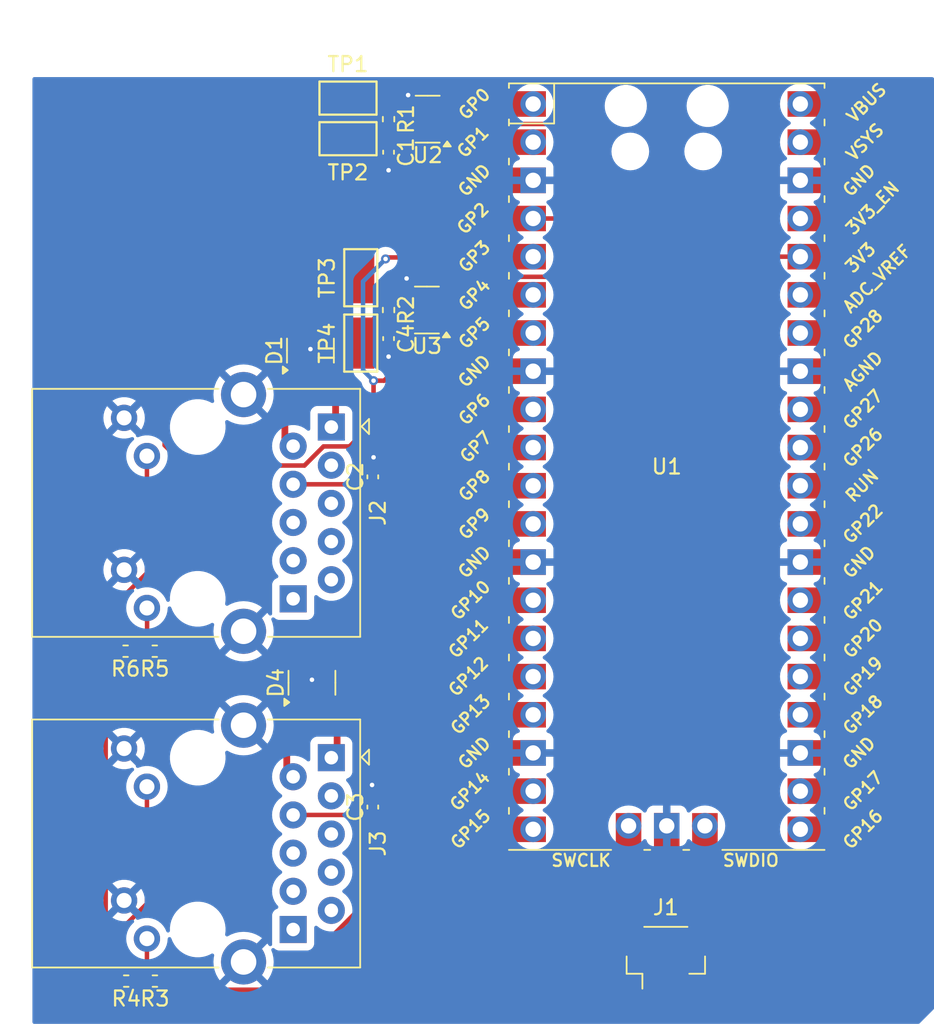
<source format=kicad_pcb>
(kicad_pcb (version 20240108) (generator "pcbnew") (generator_version "8.0")
  (layers (0 "F.Cu" signal) (31 "B.Cu" signal) (34 "B.Paste" user) (35 "F.Paste" user) (36 "B.SilkS" user "B.Silkscreen") (37 "F.SilkS" user "F.Silkscreen") (38 "B.Mask" user) (39 "F.Mask" user) (44 "Edge.Cuts" user))
  (net 0 "")
  (net 1 "/SWCLK")
  (net 2 "GND")
  (net 3 "/SWDIO")
  (net 30 "+3V3")
  (net 31 "Net-(J2-CT)")
  (net 32 "Net-(J3-CT)")
  (net 33 "/TD0+")
  (net 36 "/TD0-")
  (net 38 "/TD1-")
  (net 40 "/TD1+")
  (net 41 "/PR0_12")
  (net 44 "/PR0_36")
  (net 46 "/PR1_12")
  (net 47 "/PR1_36")
  (net 51 "/UART0_DE")
  (net 52 "/UART1_TX")
  (net 53 "/UART0_RX")
  (net 54 "/UART0_TX")
  (net 55 "/UART1_RX")
  (net 56 "unconnected-(U2-F_SET-Pad3)")
  (net 57 "/UART1_DE")
  (net 58 "unconnected-(U3-F_SET-Pad3)")
  (net 63 "Net-(J2-Pad14)")
  (net 64 "Net-(J2-Pad12)")
  (net 65 "Net-(J3-Pad12)")
  (net 66 "Net-(J3-Pad14)")
  (net 67 "unconnected-(R3-Pad1)")
  (net 68 "unconnected-(R4-Pad1)")
  (net 69 "unconnected-(R5-Pad1)")
  (footprint "TestPoint:TestPoint_Keystone_5015_Micro-Minature" (layer "F.Cu") (at 91.85 40.35 90)
    (property "Reference" "TP3" (at 0 -2.25 90) (layer "F.SilkS"))
    (property "Value" "TestPoint")
    (pad "1" smd rect (at 0 0 90) (size 3.4 1.8) (layers "F.Cu" "F.Paste" "F.Mask") (net 40 "/TD1+"))
  )
  (footprint "Package_TO_SOT_SMD:SOT-23-5" (layer "F.Cu") (at 88.6 67.3 90)
    (property "Reference" "D4" (at 0 -2.4 90) (layer "F.SilkS"))
    (property "Value" "ESDS312DBV")
    (pad "1" smd roundrect (at -1.1375 -0.95 90) (size 1.325 0.6) (layers "F.Cu" "F.Paste" "F.Mask"))
    (pad "2" smd roundrect (at -1.1375 0 90) (size 1.325 0.6) (layers "F.Cu" "F.Paste" "F.Mask") (net 2 "GND"))
    (pad "3" smd roundrect (at -1.1375 0.95 90) (size 1.325 0.6) (layers "F.Cu" "F.Paste" "F.Mask"))
    (pad "4" smd roundrect (at 1.1375 0.95 90) (size 1.325 0.6) (layers "F.Cu" "F.Paste" "F.Mask") (net 40 "/TD1+"))
    (pad "5" smd roundrect (at 1.1375 -0.95 90) (size 1.325 0.6) (layers "F.Cu" "F.Paste" "F.Mask") (net 38 "/TD1-"))
  )
  (footprint "Capacitor_SMD:C_0402_1005Metric" (layer "F.Cu") (at 93.7 32 -90)
    (property "Reference" "C1" (at 0 -1.16 90) (layer "F.SilkS"))
    (property "Value" "100n")
    (pad "1" smd roundrect (at -0.48 0 270) (size 0.56 0.62) (layers "F.Cu" "F.Paste" "F.Mask") (net 30 "+3V3"))
    (pad "2" smd roundrect (at 0.48 0 270) (size 0.56 0.62) (layers "F.Cu" "F.Paste" "F.Mask") (net 2 "GND"))
  )
  (footprint "Resistor_SMD:R_0402_1005Metric" (layer "F.Cu") (at 93.7 29.8 -90)
    (property "Reference" "R1" (at 0 -1.17 90) (layer "F.SilkS"))
    (property "Value" "100")
    (pad "1" smd roundrect (at -0.51 0 270) (size 0.54 0.64) (layers "F.Cu" "F.Paste" "F.Mask") (net 33 "/TD0+"))
    (pad "2" smd roundrect (at 0.51 0 270) (size 0.54 0.64) (layers "F.Cu" "F.Paste" "F.Mask") (net 36 "/TD0-"))
  )
  (footprint "Capacitor_SMD:C_0402_1005Metric" (layer "F.Cu") (at 92.65 75.57 90)
    (property "Reference" "C3" (at 0 -1.16 90) (layer "F.SilkS"))
    (property "Value" "100n")
    (pad "1" smd roundrect (at -0.48 0 90) (size 0.56 0.62) (layers "F.Cu" "F.Paste" "F.Mask") (net 32 "Net-(J3-CT)"))
    (pad "2" smd roundrect (at 0.48 0 90) (size 0.56 0.62) (layers "F.Cu" "F.Paste" "F.Mask") (net 2 "GND"))
  )
  (footprint "TestPoint:TestPoint_Keystone_5015_Micro-Minature" (layer "F.Cu") (at 91.85 44.7 90)
    (property "Reference" "TP4" (at 0 -2.25 90) (layer "F.SilkS"))
    (property "Value" "TestPoint")
    (pad "1" smd rect (at 0 0 90) (size 3.4 1.8) (layers "F.Cu" "F.Paste" "F.Mask") (net 38 "/TD1-"))
  )
  (footprint "fort:RPi_Pico_SMD_TH" (layer "F.Cu") (at 112.21 52.92)
    (property "Reference" "U1" (at 0 0 0) (layer "F.SilkS"))
    (property "Value" "Pico")
    (fp_text user "GP26" (at 13.054 -1.27 45) (layer "F.SilkS") (effects (font (size 0.8 0.8))))
    (fp_text user "SWDIO" (at 5.6 26.2 0) (layer "F.SilkS") (effects (font (size 0.8 0.8))))
    (fp_text user "GP9" (at -12.8 3.81 45) (layer "F.SilkS") (effects (font (size 0.8 0.8))))
    (fp_text user "ADC_VREF" (at 14 -12.5 45) (layer "F.SilkS") (effects (font (size 0.8 0.8))))
    (fp_text user "GND" (at 12.8 19.05 45) (layer "F.SilkS") (effects (font (size 0.8 0.8))))
    (fp_text user "GP5" (at -12.8 -8.89 45) (layer "F.SilkS") (effects (font (size 0.8 0.8))))
    (fp_text user "GP12" (at -13.2 13.97 45) (layer "F.SilkS") (effects (font (size 0.8 0.8))))
    (fp_text user "GP0" (at -12.8 -24.13 45) (layer "F.SilkS") (effects (font (size 0.8 0.8))))
    (fp_text user "GND" (at 12.8 6.35 45) (layer "F.SilkS") (effects (font (size 0.8 0.8))))
    (fp_text user "GP3" (at -12.8 -13.97 45) (layer "F.SilkS") (effects (font (size 0.8 0.8))))
    (fp_text user "GND" (at -12.8 -6.35 45) (layer "F.SilkS") (effects (font (size 0.8 0.8))))
    (fp_text user "GP16" (at 13.054 24.13 45) (layer "F.SilkS") (effects (font (size 0.8 0.8))))
    (fp_text user "3V3" (at 12.9 -13.9 45) (layer "F.SilkS") (effects (font (size 0.8 0.8))))
    (fp_text user "GND" (at -12.8 6.35 45) (layer "F.SilkS") (effects (font (size 0.8 0.8))))
    (fp_text user "GP6" (at -12.8 -3.81 45) (layer "F.SilkS") (effects (font (size 0.8 0.8))))
    (fp_text user "3V3_EN" (at 13.7 -17.2 45) (layer "F.SilkS") (effects (font (size 0.8 0.8))))
    (fp_text user "GP7" (at -12.7 -1.3 45) (layer "F.SilkS") (effects (font (size 0.8 0.8))))
    (fp_text user "GP21" (at 13.054 8.9 45) (layer "F.SilkS") (effects (font (size 0.8 0.8))))
    (fp_text user "GND" (at -12.8 -19.05 45) (layer "F.SilkS") (effects (font (size 0.8 0.8))))
    (fp_text user "GP20" (at 13.054 11.43 45) (layer "F.SilkS") (effects (font (size 0.8 0.8))))
    (fp_text user "GP22" (at 13.054 3.81 45) (layer "F.SilkS") (effects (font (size 0.8 0.8))))
    (fp_text user "GP15" (at -13.054 24.13 45) (layer "F.SilkS") (effects (font (size 0.8 0.8))))
    (fp_text user "GP18" (at 13.054 16.51 45) (layer "F.SilkS") (effects (font (size 0.8 0.8))))
    (fp_text user "GP10" (at -13.054 8.89 45) (layer "F.SilkS") (effects (font (size 0.8 0.8))))
    (fp_text user "GND" (at -12.8 19.05 45) (layer "F.SilkS") (effects (font (size 0.8 0.8))))
    (fp_text user "GP4" (at -12.8 -11.43 45) (layer "F.SilkS") (effects (font (size 0.8 0.8))))
    (fp_text user "GND" (at 12.8 -19.05 45) (layer "F.SilkS") (effects (font (size 0.8 0.8))))
    (fp_text user "GP28" (at 13.054 -9.144 45) (layer "F.SilkS") (effects (font (size 0.8 0.8))))
    (fp_text user "SWCLK" (at -5.7 26.2 0) (layer "F.SilkS") (effects (font (size 0.8 0.8))))
    (fp_text user "GP27" (at 13.054 -3.8 45) (layer "F.SilkS") (effects (font (size 0.8 0.8))))
    (fp_text user "GP14" (at -13.1 21.59 45) (layer "F.SilkS") (effects (font (size 0.8 0.8))))
    (fp_text user "GP17" (at 13.054 21.59 45) (layer "F.SilkS") (effects (font (size 0.8 0.8))))
    (fp_text user "VSYS" (at 13.2 -21.59 45) (layer "F.SilkS") (effects (font (size 0.8 0.8))))
    (fp_text user "GP1" (at -12.9 -21.6 45) (layer "F.SilkS") (effects (font (size 0.8 0.8))))
    (fp_text user "RUN" (at 13 1.27 45) (layer "F.SilkS") (effects (font (size 0.8 0.8))))
    (fp_text user "GP19" (at 13.054 13.97 45) (layer "F.SilkS") (effects (font (size 0.8 0.8))))
    (fp_text user "GP8" (at -12.8 1.27 45) (layer "F.SilkS") (effects (font (size 0.8 0.8))))
    (fp_text user "VBUS" (at 13.3 -24.2 45) (layer "F.SilkS") (effects (font (size 0.8 0.8))))
    (fp_text user "GP11" (at -13.2 11.43 45) (layer "F.SilkS") (effects (font (size 0.8 0.8))))
    (fp_text user "GP13" (at -13.054 16.51 45) (layer "F.SilkS") (effects (font (size 0.8 0.8))))
    (fp_text user "GP2" (at -12.9 -16.51 45) (layer "F.SilkS") (effects (font (size 0.8 0.8))))
    (fp_text user "AGND" (at 13.054 -6.35 45) (layer "F.SilkS") (effects (font (size 0.8 0.8))))
    (pad "" np_thru_hole oval (at -2.725 -24) (size 1.8 1.8) (drill 1.8) (layers "*.Cu" "*.Mask"))
    (pad "" np_thru_hole oval (at -2.425 -20.97) (size 1.5 1.5) (drill 1.5) (layers "*.Cu" "*.Mask"))
    (pad "" np_thru_hole oval (at 2.425 -20.97) (size 1.5 1.5) (drill 1.5) (layers "*.Cu" "*.Mask"))
    (pad "" np_thru_hole oval (at 2.725 -24) (size 1.8 1.8) (drill 1.8) (layers "*.Cu" "*.Mask"))
    (pad "1" thru_hole oval (at -8.89 -24.13) (size 1.7 1.7) (drill 1.02) (layers "*.Cu" "*.Mask") (net 54 "/UART0_TX"))
    (pad "1" smd rect (at -8.89 -24.13) (size 3.5 1.7) (drill (offset -0.9 0)) (layers "F.Cu" "F.Mask") (net 54 "/UART0_TX"))
    (pad "2" thru_hole oval (at -8.89 -21.59) (size 1.7 1.7) (drill 1.02) (layers "*.Cu" "*.Mask") (net 53 "/UART0_RX"))
    (pad "2" smd rect (at -8.89 -21.59) (size 3.5 1.7) (drill (offset -0.9 0)) (layers "F.Cu" "F.Mask") (net 53 "/UART0_RX"))
    (pad "3" thru_hole rect (at -8.89 -19.05) (size 1.7 1.7) (drill 1.02) (layers "*.Cu" "*.Mask") (net 2 "GND"))
    (pad "3" smd rect (at -8.89 -19.05) (size 3.5 1.7) (drill (offset -0.9 0)) (layers "F.Cu" "F.Mask") (net 2 "GND"))
    (pad "4" thru_hole oval (at -8.89 -16.51) (size 1.7 1.7) (drill 1.02) (layers "*.Cu" "*.Mask") (net 51 "/UART0_DE"))
    (pad "4" smd rect (at -8.89 -16.51) (size 3.5 1.7) (drill (offset -0.9 0)) (layers "F.Cu" "F.Mask") (net 51 "/UART0_DE"))
    (pad "5" thru_hole oval (at -8.89 -13.97) (size 1.7 1.7) (drill 1.02) (layers "*.Cu" "*.Mask"))
    (pad "5" smd rect (at -8.89 -13.97) (size 3.5 1.7) (drill (offset -0.9 0)) (layers "F.Cu" "F.Mask"))
    (pad "6" thru_hole oval (at -8.89 -11.43) (size 1.7 1.7) (drill 1.02) (layers "*.Cu" "*.Mask") (net 52 "/UART1_TX"))
    (pad "6" smd rect (at -8.89 -11.43) (size 3.5 1.7) (drill (offset -0.9 0)) (layers "F.Cu" "F.Mask") (net 52 "/UART1_TX"))
    (pad "7" thru_hole oval (at -8.89 -8.89) (size 1.7 1.7) (drill 1.02) (layers "*.Cu" "*.Mask") (net 55 "/UART1_RX"))
    (pad "7" smd rect (at -8.89 -8.89) (size 3.5 1.7) (drill (offset -0.9 0)) (layers "F.Cu" "F.Mask") (net 55 "/UART1_RX"))
    (pad "8" thru_hole rect (at -8.89 -6.35) (size 1.7 1.7) (drill 1.02) (layers "*.Cu" "*.Mask") (net 2 "GND"))
    (pad "8" smd rect (at -8.89 -6.35) (size 3.5 1.7) (drill (offset -0.9 0)) (layers "F.Cu" "F.Mask") (net 2 "GND"))
    (pad "9" thru_hole oval (at -8.89 -3.81) (size 1.7 1.7) (drill 1.02) (layers "*.Cu" "*.Mask"))
    (pad "9" smd rect (at -8.89 -3.81) (size 3.5 1.7) (drill (offset -0.9 0)) (layers "F.Cu" "F.Mask"))
    (pad "10" thru_hole oval (at -8.89 -1.27) (size 1.7 1.7) (drill 1.02) (layers "*.Cu" "*.Mask"))
    (pad "10" smd rect (at -8.89 -1.27) (size 3.5 1.7) (drill (offset -0.9 0)) (layers "F.Cu" "F.Mask"))
    (pad "11" thru_hole oval (at -8.89 1.27) (size 1.7 1.7) (drill 1.02) (layers "*.Cu" "*.Mask"))
    (pad "11" smd rect (at -8.89 1.27) (size 3.5 1.7) (drill (offset -0.9 0)) (layers "F.Cu" "F.Mask"))
    (pad "12" thru_hole oval (at -8.89 3.81) (size 1.7 1.7) (drill 1.02) (layers "*.Cu" "*.Mask"))
    (pad "12" smd rect (at -8.89 3.81) (size 3.5 1.7) (drill (offset -0.9 0)) (layers "F.Cu" "F.Mask"))
    (pad "13" thru_hole rect (at -8.89 6.35) (size 1.7 1.7) (drill 1.02) (layers "*.Cu" "*.Mask") (net 2 "GND"))
    (pad "13" smd rect (at -8.89 6.35) (size 3.5 1.7) (drill (offset -0.9 0)) (layers "F.Cu" "F.Mask") (net 2 "GND"))
    (pad "14" thru_hole oval (at -8.89 8.89) (size 1.7 1.7) (drill 1.02) (layers "*.Cu" "*.Mask"))
    (pad "14" smd rect (at -8.89 8.89) (size 3.5 1.7) (drill (offset -0.9 0)) (layers "F.Cu" "F.Mask"))
    (pad "15" thru_hole oval (at -8.89 11.43) (size 1.7 1.7) (drill 1.02) (layers "*.Cu" "*.Mask"))
    (pad "15" smd rect (at -8.89 11.43) (size 3.5 1.7) (drill (offset -0.9 0)) (layers "F.Cu" "F.Mask"))
    (pad "16" thru_hole oval (at -8.89 13.97) (size 1.7 1.7) (drill 1.02) (layers "*.Cu" "*.Mask"))
    (pad "16" smd rect (at -8.89 13.97) (size 3.5 1.7) (drill (offset -0.9 0)) (layers "F.Cu" "F.Mask"))
    (pad "17" thru_hole oval (at -8.89 16.51) (size 1.7 1.7) (drill 1.02) (layers "*.Cu" "*.Mask"))
    (pad "17" smd rect (at -8.89 16.51) (size 3.5 1.7) (drill (offset -0.9 0)) (layers "F.Cu" "F.Mask"))
    (pad "18" thru_hole rect (at -8.89 19.05) (size 1.7 1.7) (drill 1.02) (layers "*.Cu" "*.Mask") (net 2 "GND"))
    (pad "18" smd rect (at -8.89 19.05) (size 3.5 1.7) (drill (offset -0.9 0)) (layers "F.Cu" "F.Mask") (net 2 "GND"))
    (pad "19" thru_hole oval (at -8.89 21.59) (size 1.7 1.7) (drill 1.02) (layers "*.Cu" "*.Mask"))
    (pad "19" smd rect (at -8.89 21.59) (size 3.5 1.7) (drill (offset -0.9 0)) (layers "F.Cu" "F.Mask"))
    (pad "20" thru_hole oval (at -8.89 24.13) (size 1.7 1.7) (drill 1.02) (layers "*.Cu" "*.Mask"))
    (pad "20" smd rect (at -8.89 24.13) (size 3.5 1.7) (drill (offset -0.9 0)) (layers "F.Cu" "F.Mask"))
    (pad "21" thru_hole oval (at 8.89 24.13) (size 1.7 1.7) (drill 1.02) (layers "*.Cu" "*.Mask"))
    (pad "21" smd rect (at 8.89 24.13) (size 3.5 1.7) (drill (offset 0.9 0)) (layers "F.Cu" "F.Mask"))
    (pad "22" thru_hole oval (at 8.89 21.59) (size 1.7 1.7) (drill 1.02) (layers "*.Cu" "*.Mask"))
    (pad "22" smd rect (at 8.89 21.59) (size 3.5 1.7) (drill (offset 0.9 0)) (layers "F.Cu" "F.Mask"))
    (pad "23" thru_hole rect (at 8.89 19.05) (size 1.7 1.7) (drill 1.02) (layers "*.Cu" "*.Mask") (net 2 "GND"))
    (pad "23" smd rect (at 8.89 19.05) (size 3.5 1.7) (drill (offset 0.9 0)) (layers "F.Cu" "F.Mask") (net 2 "GND"))
    (pad "24" thru_hole oval (at 8.89 16.51) (size 1.7 1.7) (drill 1.02) (layers "*.Cu" "*.Mask"))
    (pad "24" smd rect (at 8.89 16.51) (size 3.5 1.7) (drill (offset 0.9 0)) (layers "F.Cu" "F.Mask"))
    (pad "25" thru_hole oval (at 8.89 13.97) (size 1.7 1.7) (drill 1.02) (layers "*.Cu" "*.Mask"))
    (pad "25" smd rect (at 8.89 13.97) (size 3.5 1.7) (drill (offset 0.9 0)) (layers "F.Cu" "F.Mask"))
    (pad "26" thru_hole oval (at 8.89 11.43) (size 1.7 1.7) (drill 1.02) (layers "*.Cu" "*.Mask"))
    (pad "26" smd rect (at 8.89 11.43) (size 3.5 1.7) (drill (offset 0.9 0)) (layers "F.Cu" "F.Mask"))
    (pad "27" thru_hole oval (at 8.89 8.89) (size 1.7 1.7) (drill 1.02) (layers "*.Cu" "*.Mask"))
    (pad "27" smd rect (at 8.89 8.89) (size 3.5 1.7) (drill (offset 0.9 0)) (layers "F.Cu" "F.Mask"))
    (pad "28" thru_hole rect (at 8.89 6.35) (size 1.7 1.7) (drill 1.02) (layers "*.Cu" "*.Mask") (net 2 "GND"))
    (pad "28" smd rect (at 8.89 6.35) (size 3.5 1.7) (drill (offset 0.9 0)) (layers "F.Cu" "F.Mask") (net 2 "GND"))
    (pad "29" thru_hole oval (at 8.89 3.81) (size 1.7 1.7) (drill 1.02) (layers "*.Cu" "*.Mask"))
    (pad "29" smd rect (at 8.89 3.81) (size 3.5 1.7) (drill (offset 0.9 0)) (layers "F.Cu" "F.Mask"))
    (pad "30" thru_hole oval (at 8.89 1.27) (size 1.7 1.7) (drill 1.02) (layers "*.Cu" "*.Mask"))
    (pad "30" smd rect (at 8.89 1.27) (size 3.5 1.7) (drill (offset 0.9 0)) (layers "F.Cu" "F.Mask"))
    (pad "31" thru_hole oval (at 8.89 -1.27) (size 1.7 1.7) (drill 1.02) (layers "*.Cu" "*.Mask"))
    (pad "31" smd rect (at 8.89 -1.27) (size 3.5 1.7) (drill (offset 0.9 0)) (layers "F.Cu" "F.Mask"))
    (pad "32" thru_hole oval (at 8.89 -3.81) (size 1.7 1.7) (drill 1.02) (layers "*.Cu" "*.Mask"))
    (pad "32" smd rect (at 8.89 -3.81) (size 3.5 1.7) (drill (offset 0.9 0)) (layers "F.Cu" "F.Mask"))
    (pad "33" thru_hole rect (at 8.89 -6.35) (size 1.7 1.7) (drill 1.02) (layers "*.Cu" "*.Mask") (net 2 "GND"))
    (pad "33" smd rect (at 8.89 -6.35) (size 3.5 1.7) (drill (offset 0.9 0)) (layers "F.Cu" "F.Mask") (net 2 "GND"))
    (pad "34" thru_hole oval (at 8.89 -8.89) (size 1.7 1.7) (drill 1.02) (layers "*.Cu" "*.Mask"))
    (pad "34" smd rect (at 8.89 -8.89) (size 3.5 1.7) (drill (offset 0.9 0)) (layers "F.Cu" "F.Mask"))
    (pad "35" thru_hole oval (at 8.89 -11.43) (size 1.7 1.7) (drill 1.02) (layers "*.Cu" "*.Mask"))
    (pad "35" smd rect (at 8.89 -11.43) (size 3.5 1.7) (drill (offset 0.9 0)) (layers "F.Cu" "F.Mask"))
    (pad "36" thru_hole oval (at 8.89 -13.97) (size 1.7 1.7) (drill 1.02) (layers "*.Cu" "*.Mask") (net 30 "+3V3"))
    (pad "36" smd rect (at 8.89 -13.97) (size 3.5 1.7) (drill (offset 0.9 0)) (layers "F.Cu" "F.Mask") (net 30 "+3V3"))
    (pad "37" thru_hole oval (at 8.89 -16.51) (size 1.7 1.7) (drill 1.02) (layers "*.Cu" "*.Mask"))
    (pad "37" smd rect (at 8.89 -16.51) (size 3.5 1.7) (drill (offset 0.9 0)) (layers "F.Cu" "F.Mask"))
    (pad "38" thru_hole rect (at 8.89 -19.05) (size 1.7 1.7) (drill 1.02) (layers "*.Cu" "*.Mask") (net 2 "GND"))
    (pad "38" smd rect (at 8.89 -19.05) (size 3.5 1.7) (drill (offset 0.9 0)) (layers "F.Cu" "F.Mask") (net 2 "GND"))
    (pad "39" thru_hole oval (at 8.89 -21.59) (size 1.7 1.7) (drill 1.02) (layers "*.Cu" "*.Mask"))
    (pad "39" smd rect (at 8.89 -21.59) (size 3.5 1.7) (drill (offset 0.9 0)) (layers "F.Cu" "F.Mask"))
    (pad "40" thru_hole oval (at 8.89 -24.13) (size 1.7 1.7) (drill 1.02) (layers "*.Cu" "*.Mask"))
    (pad "40" smd rect (at 8.89 -24.13) (size 3.5 1.7) (drill (offset 0.9 0)) (layers "F.Cu" "F.Mask"))
    (pad "41" thru_hole oval (at -2.54 23.9) (size 1.7 1.7) (drill 1.02) (layers "*.Cu" "*.Mask") (net 1 "/SWCLK"))
    (pad "41" smd rect (at -2.54 23.9 90) (size 3.5 1.7) (drill (offset -0.9 0)) (layers "F.Cu" "F.Mask") (net 1 "/SWCLK"))
    (pad "42" thru_hole rect (at 0 23.9) (size 1.7 1.7) (drill 1.02) (layers "*.Cu" "*.Mask") (net 2 "GND"))
    (pad "42" smd rect (at 0 23.9 90) (size 3.5 1.7) (drill (offset -0.9 0)) (layers "F.Cu" "F.Mask") (net 2 "GND"))
    (pad "43" thru_hole oval (at 2.54 23.9) (size 1.7 1.7) (drill 1.02) (layers "*.Cu" "*.Mask") (net 3 "/SWDIO"))
    (pad "43" smd rect (at 2.54 23.9 90) (size 3.5 1.7) (drill (offset -0.9 0)) (layers "F.Cu" "F.Mask") (net 3 "/SWDIO"))
  )
  (footprint "TestPoint:TestPoint_Keystone_5015_Micro-Minature" (layer "F.Cu") (at 91 28.4)
    (property "Reference" "TP1" (at 0 -2.25 360) (layer "F.SilkS"))
    (property "Value" "TestPoint")
    (pad "1" smd rect (at 0 0) (size 3.4 1.8) (layers "F.Cu" "F.Paste" "F.Mask") (net 33 "/TD0+"))
  )
  (footprint "Capacitor_SMD:C_0402_1005Metric" (layer "F.Cu") (at 93.7 44.4 -90)
    (property "Reference" "C4" (at 0 -1.16 90) (layer "F.SilkS"))
    (property "Value" "100n")
    (pad "1" smd roundrect (at -0.48 0 270) (size 0.56 0.62) (layers "F.Cu" "F.Paste" "F.Mask") (net 30 "+3V3"))
    (pad "2" smd roundrect (at 0.48 0 270) (size 0.56 0.62) (layers "F.Cu" "F.Paste" "F.Mask") (net 2 "GND"))
  )
  (footprint "Resistor_SMD:R_0402_1005Metric" (layer "F.Cu") (at 76.24 87.15 180)
    (property "Reference" "R4" (at 0 -1.17 360) (layer "F.SilkS"))
    (property "Value" "65k")
    (pad "1" smd roundrect (at -0.51 0 180) (size 0.54 0.64) (layers "F.Cu" "F.Paste" "F.Mask") (net 68 "unconnected-(R4-Pad1)"))
    (pad "2" smd roundrect (at 0.51 0 180) (size 0.54 0.64) (layers "F.Cu" "F.Paste" "F.Mask") (net 65 "Net-(J3-Pad12)"))
  )
  (footprint "Resistor_SMD:R_0402_1005Metric" (layer "F.Cu") (at 78.14 65.2 180)
    (property "Reference" "R5" (at 0 -1.17 360) (layer "F.SilkS"))
    (property "Value" "65k")
    (pad "1" smd roundrect (at -0.51 0 180) (size 0.54 0.64) (layers "F.Cu" "F.Paste" "F.Mask") (net 69 "unconnected-(R5-Pad1)"))
    (pad "2" smd roundrect (at 0.51 0 180) (size 0.54 0.64) (layers "F.Cu" "F.Paste" "F.Mask") (net 63 "Net-(J2-Pad14)"))
  )
  (footprint "Resistor_SMD:R_0402_1005Metric" (layer "F.Cu") (at 93.7 42.5 -90)
    (property "Reference" "R2" (at 0 -1.17 90) (layer "F.SilkS"))
    (property "Value" "100")
    (pad "1" smd roundrect (at -0.51 0 270) (size 0.54 0.64) (layers "F.Cu" "F.Paste" "F.Mask") (net 40 "/TD1+"))
    (pad "2" smd roundrect (at 0.51 0 270) (size 0.54 0.64) (layers "F.Cu" "F.Paste" "F.Mask") (net 38 "/TD1-"))
  )
  (footprint "fort:RJ45_Taoglas_TMJUTHQ0021192425_Horizontal" (layer "F.Cu") (at 81 56 -90)
    (property "Reference" "J2" (at -0.005 -11.99 90) (layer "F.SilkS"))
    (property "Value" "TMJUTHQ0021192425")
    (pad "" np_thru_hole circle (at -5.715 0 270) (size 3.2 3.2) (drill 3.2) (layers "*.Cu" "*.Mask"))
    (pad "" np_thru_hole circle (at 5.715 0 270) (size 3.2 3.2) (drill 3.2) (layers "*.Cu" "*.Mask"))
    (pad "1" thru_hole rect (at -5.715 -8.89 270) (size 1.8 1.8) (drill 0.9) (layers "*.Cu" "*.Mask") (net 33 "/TD0+"))
    (pad "2" thru_hole circle (at -4.445 -6.35 270) (size 1.8 1.8) (drill 0.9) (layers "*.Cu" "*.Mask") (net 36 "/TD0-"))
    (pad "3" thru_hole circle (at -3.175 -8.89 270) (size 1.8 1.8) (drill 0.9) (layers "*.Cu" "*.Mask"))
    (pad "4" thru_hole circle (at -1.905 -6.35 270) (size 1.8 1.8) (drill 0.9) (layers "*.Cu" "*.Mask") (net 31 "Net-(J2-CT)"))
    (pad "5" thru_hole circle (at -0.635 -8.89 270) (size 1.8 1.8) (drill 0.9) (layers "*.Cu" "*.Mask"))
    (pad "6" thru_hole circle (at 0.635 -6.35 270) (size 1.8 1.8) (drill 0.9) (layers "*.Cu" "*.Mask"))
    (pad "7" thru_hole circle (at 1.905 -8.89 270) (size 1.8 1.8) (drill 0.9) (layers "*.Cu" "*.Mask"))
    (pad "8" thru_hole circle (at 3.175 -6.35 270) (size 1.8 1.8) (drill 0.9) (layers "*.Cu" "*.Mask"))
    (pad "9" thru_hole circle (at 4.445 -8.89 270) (size 1.8 1.8) (drill 0.9) (layers "*.Cu" "*.Mask") (net 41 "/PR0_12"))
    (pad "10" thru_hole rect (at 5.715 -6.35 270) (size 1.8 1.8) (drill 0.9) (layers "*.Cu" "*.Mask") (net 44 "/PR0_36"))
    (pad "11" thru_hole circle (at -6.325 4.9 270) (size 1.75 1.75) (drill 1) (layers "*.Cu" "*.Mask") (net 2 "GND"))
    (pad "12" thru_hole circle (at -3.785 3.38 270) (size 1.75 1.75) (drill 1) (layers "*.Cu" "*.Mask") (net 64 "Net-(J2-Pad12)"))
    (pad "13" thru_hole circle (at 3.785 4.9 270) (size 1.75 1.75) (drill 1) (layers "*.Cu" "*.Mask") (net 2 "GND"))
    (pad "14" thru_hole circle (at 6.325 3.38 270) (size 1.75 1.75) (drill 1) (layers "*.Cu" "*.Mask") (net 63 "Net-(J2-Pad14)"))
    (pad "SH" thru_hole circle (at -7.875 -3.05 270) (size 3 3) (drill 1.7) (layers "*.Cu" "*.Mask") (net 2 "GND"))
    (pad "SH" thru_hole circle (at 7.875 -3.05 270) (size 3 3) (drill 1.7) (layers "*.Cu" "*.Mask") (net 2 "GND"))
  )
  (footprint "fort:RJ45_Taoglas_TMJUTHQ0021192425_Horizontal" (layer "F.Cu") (at 81 78 -90)
    (property "Reference" "J3" (at -0.005 -11.99 90) (layer "F.SilkS"))
    (property "Value" "TMJUTHQ0021192425")
    (pad "" np_thru_hole circle (at -5.715 0 270) (size 3.2 3.2) (drill 3.2) (layers "*.Cu" "*.Mask"))
    (pad "" np_thru_hole circle (at 5.715 0 270) (size 3.2 3.2) (drill 3.2) (layers "*.Cu" "*.Mask"))
    (pad "1" thru_hole rect (at -5.715 -8.89 270) (size 1.8 1.8) (drill 0.9) (layers "*.Cu" "*.Mask") (net 40 "/TD1+"))
    (pad "2" thru_hole circle (at -4.445 -6.35 270) (size 1.8 1.8) (drill 0.9) (layers "*.Cu" "*.Mask") (net 38 "/TD1-"))
    (pad "3" thru_hole circle (at -3.175 -8.89 270) (size 1.8 1.8) (drill 0.9) (layers "*.Cu" "*.Mask"))
    (pad "4" thru_hole circle (at -1.905 -6.35 270) (size 1.8 1.8) (drill 0.9) (layers "*.Cu" "*.Mask") (net 32 "Net-(J3-CT)"))
    (pad "5" thru_hole circle (at -0.635 -8.89 270) (size 1.8 1.8) (drill 0.9) (layers "*.Cu" "*.Mask"))
    (pad "6" thru_hole circle (at 0.635 -6.35 270) (size 1.8 1.8) (drill 0.9) (layers "*.Cu" "*.Mask"))
    (pad "7" thru_hole circle (at 1.905 -8.89 270) (size 1.8 1.8) (drill 0.9) (layers "*.Cu" "*.Mask"))
    (pad "8" thru_hole circle (at 3.175 -6.35 270) (size 1.8 1.8) (drill 0.9) (layers "*.Cu" "*.Mask"))
    (pad "9" thru_hole circle (at 4.445 -8.89 270) (size 1.8 1.8) (drill 0.9) (layers "*.Cu" "*.Mask") (net 46 "/PR1_12"))
    (pad "10" thru_hole rect (at 5.715 -6.35 270) (size 1.8 1.8) (drill 0.9) (layers "*.Cu" "*.Mask") (net 47 "/PR1_36"))
    (pad "11" thru_hole circle (at -6.325 4.9 270) (size 1.75 1.75) (drill 1) (layers "*.Cu" "*.Mask") (net 2 "GND"))
    (pad "12" thru_hole circle (at -3.785 3.38 270) (size 1.75 1.75) (drill 1) (layers "*.Cu" "*.Mask") (net 65 "Net-(J3-Pad12)"))
    (pad "13" thru_hole circle (at 3.785 4.9 270) (size 1.75 1.75) (drill 1) (layers "*.Cu" "*.Mask") (net 2 "GND"))
    (pad "14" thru_hole circle (at 6.325 3.38 270) (size 1.75 1.75) (drill 1) (layers "*.Cu" "*.Mask") (net 66 "Net-(J3-Pad14)"))
    (pad "SH" thru_hole circle (at -7.875 -3.05 270) (size 3 3) (drill 1.7) (layers "*.Cu" "*.Mask") (net 2 "GND"))
    (pad "SH" thru_hole circle (at 7.875 -3.05 270) (size 3 3) (drill 1.7) (layers "*.Cu" "*.Mask") (net 2 "GND"))
  )
  (footprint "TestPoint:TestPoint_Keystone_5015_Micro-Minature" (layer "F.Cu") (at 91 31.1 180)
    (property "Reference" "TP2" (at 0 -2.25 360) (layer "F.SilkS"))
    (property "Value" "TestPoint")
    (pad "1" smd rect (at 0 0 180) (size 3.4 1.8) (layers "F.Cu" "F.Paste" "F.Mask") (net 36 "/TD0-"))
  )
  (footprint "fort:Texas_SOT-23-8-THIN_1.6x2.9m" (layer "F.Cu") (at 96.3 29.8 180)
    (property "Reference" "U2" (at 0 -2.4 180) (layer "F.SilkS"))
    (property "Value" "THVD8000")
    (pad "1" smd roundrect (at -1.3 -0.975 180) (size 1.05 0.45) (layers "F.Cu" "F.Paste" "F.Mask") (net 53 "/UART0_RX"))
    (pad "2" smd roundrect (at -1.3 -0.325 180) (size 1.05 0.45) (layers "F.Cu" "F.Paste" "F.Mask") (net 51 "/UART0_DE"))
    (pad "3" smd roundrect (at -1.3 0.325 180) (size 1.05 0.45) (layers "F.Cu" "F.Paste" "F.Mask") (net 56 "unconnected-(U2-F_SET-Pad3)"))
    (pad "4" smd roundrect (at -1.3 0.975 180) (size 1.05 0.45) (layers "F.Cu" "F.Paste" "F.Mask") (net 54 "/UART0_TX"))
    (pad "5" smd roundrect (at 1.3 0.975 180) (size 1.05 0.45) (layers "F.Cu" "F.Paste" "F.Mask") (net 2 "GND"))
    (pad "6" smd roundrect (at 1.3 0.325 180) (size 1.05 0.45) (layers "F.Cu" "F.Paste" "F.Mask") (net 33 "/TD0+"))
    (pad "7" smd roundrect (at 1.3 -0.325 180) (size 1.05 0.45) (layers "F.Cu" "F.Paste" "F.Mask") (net 36 "/TD0-"))
    (pad "8" smd roundrect (at 1.3 -0.975 180) (size 1.05 0.45) (layers "F.Cu" "F.Paste" "F.Mask") (net 30 "+3V3"))
  )
  (footprint "Package_TO_SOT_SMD:SOT-23-5" (layer "F.Cu") (at 88.5 45.2 90)
    (property "Reference" "D1" (at 0 -2.4 90) (layer "F.SilkS"))
    (property "Value" "ESDS312DBV")
    (pad "1" smd roundrect (at -1.1375 -0.95 90) (size 1.325 0.6) (layers "F.Cu" "F.Paste" "F.Mask"))
    (pad "2" smd roundrect (at -1.1375 0 90) (size 1.325 0.6) (layers "F.Cu" "F.Paste" "F.Mask") (net 2 "GND"))
    (pad "3" smd roundrect (at -1.1375 0.95 90) (size 1.325 0.6) (layers "F.Cu" "F.Paste" "F.Mask"))
    (pad "4" smd roundrect (at 1.1375 0.95 90) (size 1.325 0.6) (layers "F.Cu" "F.Paste" "F.Mask") (net 33 "/TD0+"))
    (pad "5" smd roundrect (at 1.1375 -0.95 90) (size 1.325 0.6) (layers "F.Cu" "F.Paste" "F.Mask") (net 36 "/TD0-"))
  )
  (footprint "fort:Texas_SOT-23-8-THIN_1.6x2.9m" (layer "F.Cu") (at 96.25 42.5 180)
    (property "Reference" "U3" (at 0 -2.4 180) (layer "F.SilkS"))
    (property "Value" "THVD8000")
    (pad "1" smd roundrect (at -1.3 -0.975 180) (size 1.05 0.45) (layers "F.Cu" "F.Paste" "F.Mask") (net 55 "/UART1_RX"))
    (pad "2" smd roundrect (at -1.3 -0.325 180) (size 1.05 0.45) (layers "F.Cu" "F.Paste" "F.Mask") (net 57 "/UART1_DE"))
    (pad "3" smd roundrect (at -1.3 0.325 180) (size 1.05 0.45) (layers "F.Cu" "F.Paste" "F.Mask") (net 58 "unconnected-(U3-F_SET-Pad3)"))
    (pad "4" smd roundrect (at -1.3 0.975 180) (size 1.05 0.45) (layers "F.Cu" "F.Paste" "F.Mask") (net 52 "/UART1_TX"))
    (pad "5" smd roundrect (at 1.3 0.975 180) (size 1.05 0.45) (layers "F.Cu" "F.Paste" "F.Mask") (net 2 "GND"))
    (pad "6" smd roundrect (at 1.3 0.325 180) (size 1.05 0.45) (layers "F.Cu" "F.Paste" "F.Mask") (net 40 "/TD1+"))
    (pad "7" smd roundrect (at 1.3 -0.325 180) (size 1.05 0.45) (layers "F.Cu" "F.Paste" "F.Mask") (net 38 "/TD1-"))
    (pad "8" smd roundrect (at 1.3 -0.975 180) (size 1.05 0.45) (layers "F.Cu" "F.Paste" "F.Mask") (net 30 "+3V3"))
  )
  (footprint "Resistor_SMD:R_0402_1005Metric" (layer "F.Cu") (at 78.15 87.15 180)
    (property "Reference" "R3" (at 0 -1.17 360) (layer "F.SilkS"))
    (property "Value" "65k")
    (pad "1" smd roundrect (at -0.51 0 180) (size 0.54 0.64) (layers "F.Cu" "F.Paste" "F.Mask") (net 67 "unconnected-(R3-Pad1)"))
    (pad "2" smd roundrect (at 0.51 0 180) (size 0.54 0.64) (layers "F.Cu" "F.Paste" "F.Mask") (net 66 "Net-(J3-Pad14)"))
  )
  (footprint "Resistor_SMD:R_0402_1005Metric" (layer "F.Cu") (at 76.2 65.2 180)
    (property "Reference" "R6" (at 0 -1.17 360) (layer "F.SilkS"))
    (property "Value" "65k")
    (pad "1" smd roundrect (at -0.51 0 180) (size 0.54 0.64) (layers "F.Cu" "F.Paste" "F.Mask"))
    (pad "2" smd roundrect (at 0.51 0 180) (size 0.54 0.64) (layers "F.Cu" "F.Paste" "F.Mask") (net 64 "Net-(J2-Pad12)"))
  )
  (footprint "Connector_JST:JST_SH_BM03B-SRSS-TB_1x03-1MP_P1.00mm_Vertical" (layer "F.Cu") (at 112.15 85.55)
    (property "Reference" "J1" (at 0 -3.3 0) (layer "F.SilkS"))
    (property "Value" "JST SH")
    (pad "1" smd roundrect (at -1 1.325) (size 0.6 1.55) (layers "F.Cu" "F.Paste" "F.Mask") (net 1 "/SWCLK"))
    (pad "2" smd roundrect (at 0 1.325) (size 0.6 1.55) (layers "F.Cu" "F.Paste" "F.Mask") (net 2 "GND"))
    (pad "3" smd roundrect (at 1 1.325) (size 0.6 1.55) (layers "F.Cu" "F.Paste" "F.Mask") (net 3 "/SWDIO"))
    (pad "MP" smd roundrect (at -2.3 -1.2) (size 1.2 1.8) (layers "F.Cu" "F.Paste" "F.Mask") (roundrect_rratio 0.208333))
    (pad "MP" smd roundrect (at 2.3 -1.2) (size 1.2 1.8) (layers "F.Cu" "F.Paste" "F.Mask") (roundrect_rratio 0.208333))
  )
  (footprint "Capacitor_SMD:C_0402_1005Metric" (layer "F.Cu") (at 92.65 53.6 90)
    (property "Reference" "C2" (at 0 -1.16 90) (layer "F.SilkS"))
    (property "Value" "100n")
    (pad "1" smd roundrect (at -0.48 0 90) (size 0.56 0.62) (layers "F.Cu" "F.Paste" "F.Mask") (net 31 "Net-(J2-CT)"))
    (pad "2" smd roundrect (at 0.48 0 90) (size 0.56 0.62) (layers "F.Cu" "F.Paste" "F.Mask") (net 2 "GND"))
  )
  (segment (start 109.67 76.82) (end 109.67 81.27) (width 0.3) (layer "F.Cu") (net 1))
  (segment (start 111.15 82.75) (end 111.15 86.875) (width 0.3) (layer "F.Cu") (net 1))
  (segment (start 109.67 81.27) (end 111.15 82.75) (width 0.3) (layer "F.Cu") (net 1))
  (segment (start 93.7 44.88) (end 93.7 45.6) (width 0.3) (layer "F.Cu") (net 2))
  (segment (start 92.65 74.15) (end 92.6 74.1) (width 0.3) (layer "F.Cu") (net 2))
  (segment (start 112.21 86.815) (end 112.15 86.875) (width 0.3) (layer "F.Cu") (net 2))
  (segment (start 95 28.825) (end 95 28.2) (width 0.3) (layer "F.Cu") (net 2))
  (segment (start 88.6 68.4375) (end 88.6 67.1) (width 0.3) (layer "F.Cu") (net 2))
  (segment (start 94.95 41.525) (end 94.95 40.45) (width 0.3) (layer "F.Cu") (net 2))
  (segment (start 94.95 40.45) (end 94.9 40.4) (width 0.3) (layer "F.Cu") (net 2))
  (segment (start 112.21 76.82) (end 112.21 86.815) (width 0.3) (layer "F.Cu") (net 2))
  (segment (start 88.5 46.3375) (end 88.5 45.1) (width 0.3) (layer "F.Cu") (net 2))
  (segment (start 93.7 32.48) (end 93.7 33.2) (width 0.3) (layer "F.Cu") (net 2))
  (segment (start 92.65 52.35) (end 92.7 52.3) (width 0.3) (layer "F.Cu") (net 2))
  (segment (start 92.65 53.12) (end 92.65 52.35) (width 0.3) (layer "F.Cu") (net 2))
  (segment (start 92.65 75.09) (end 92.65 74.15) (width 0.3) (layer "F.Cu") (net 2))
  (via (at 88.6 67.1) (size 0.6) (drill 0.3) (layers "F.Cu" "B.Cu") (net 2))
  (via (at 93.7 45.6) (size 0.6) (drill 0.3) (layers "F.Cu" "B.Cu") (net 2))
  (via (at 88.5 45.1) (size 0.6) (drill 0.3) (layers "F.Cu" "B.Cu") (net 2))
  (via (at 92.6 74.1) (size 0.6) (drill 0.3) (layers "F.Cu" "B.Cu") (net 2))
  (via (at 93.7 33.2) (size 0.6) (drill 0.3) (layers "F.Cu" "B.Cu") (net 2))
  (via (at 94.9 40.4) (size 0.6) (drill 0.3) (layers "F.Cu" "B.Cu") (net 2))
  (via (at 95 28.2) (size 0.6) (drill 0.3) (layers "F.Cu" "B.Cu") (net 2))
  (via (at 92.7 52.3) (size 0.6) (drill 0.3) (layers "F.Cu" "B.Cu") (net 2))
  (segment (start 114.75 81.15) (end 113.15 82.75) (width 0.3) (layer "F.Cu") (net 3))
  (segment (start 114.75 76.82) (end 114.75 81.15) (width 0.3) (layer "F.Cu") (net 3))
  (segment (start 113.15 82.75) (end 113.15 86.875) (width 0.3) (layer "F.Cu") (net 3))
  (segment (start 94.95 43.475) (end 94.505 43.92) (width 0.3) (layer "F.Cu") (net 30))
  (segment (start 94.009999 43.92) (end 94.36 44.270001) (width 0.3) (layer "F.Cu") (net 30))
  (segment (start 92.7 49.975) (end 92.7 47.2) (width 0.3) (layer "F.Cu") (net 30))
  (segment (start 100.32 40.29) (end 104.52 40.29) (width 0.3) (layer "F.Cu") (net 30))
  (segment (start 94.505 43.92) (end 93.7 43.92) (width 0.3) (layer "F.Cu") (net 30))
  (segment (start 95 30.775) (end 94.445 30.775) (width 0.3) (layer "F.Cu") (net 30))
  (segment (start 93.4 47.2) (end 92.7 47.2) (width 0.3) (layer "F.Cu") (net 30))
  (segment (start 89.372233 51.575) (end 91.1 51.575) (width 0.3) (layer "F.Cu") (net 30))
  (segment (start 93.5 34.4) (end 88.7 34.4) (width 0.3) (layer "F.Cu") (net 30))
  (segment (start 88.7 34.4) (end 78.8 44.3) (width 0.3) (layer "F.Cu") (net 30))
  (segment (start 104.52 40.29) (end 106.43 42.2) (width 0.3) (layer "F.Cu") (net 30))
  (segment (start 78.8 44.3) (end 78.8 51.5) (width 0.3) (layer "F.Cu") (net 30))
  (segment (start 94.009999 31.52) (end 94.36 31.870001) (width 0.3) (layer "F.Cu") (net 30))
  (segment (start 93.5 39.1) (end 93.6 39) (width 0.3) (layer "F.Cu") (net 30))
  (segment (start 99.03 39) (end 100.32 40.29) (width 0.3) (layer "F.Cu") (net 30))
  (segment (start 91.1 51.575) (end 92.7 49.975) (width 0.3) (layer "F.Cu") (net 30))
  (segment (start 115.3 42.2) (end 118.55 38.95) (width 0.3) (layer "F.Cu") (net 30))
  (segment (start 94.36 33.54) (end 93.5 34.4) (width 0.3) (layer "F.Cu") (net 30))
  (segment (start 88.102233 52.845) (end 89.372233 51.575) (width 0.3) (layer "F.Cu") (net 30))
  (segment (start 94.36 46.24) (end 93.4 47.2) (width 0.3) (layer "F.Cu") (net 30))
  (segment (start 106.43 42.2) (end 115.3 42.2) (width 0.3) (layer "F.Cu") (net 30))
  (segment (start 80.145 52.845) (end 88.102233 52.845) (width 0.3) (layer "F.Cu") (net 30))
  (segment (start 94.445 30.775) (end 93.7 31.52) (width 0.3) (layer "F.Cu") (net 30))
  (segment (start 78.8 51.5) (end 80.145 52.845) (width 0.3) (layer "F.Cu") (net 30))
  (segment (start 93.7 43.92) (end 94.009999 43.92) (width 0.3) (layer "F.Cu") (net 30))
  (segment (start 94.36 31.870001) (end 94.36 33.54) (width 0.3) (layer "F.Cu") (net 30))
  (segment (start 94.36 44.270001) (end 94.36 46.24) (width 0.3) (layer "F.Cu") (net 30))
  (segment (start 93.7 31.52) (end 94.009999 31.52) (width 0.3) (layer "F.Cu") (net 30))
  (segment (start 118.55 38.95) (end 121.1 38.95) (width 0.3) (layer "F.Cu") (net 30))
  (segment (start 93.6 39) (end 99.03 39) (width 0.3) (layer "F.Cu") (net 30))
  (via (at 93.5 39.1) (size 0.6) (drill 0.3) (layers "F.Cu" "B.Cu") (net 30))
  (via (at 92.7 47.2) (size 0.6) (drill 0.3) (layers "F.Cu" "B.Cu") (net 30))
  (segment (start 92.7 47.2) (end 92 46.5) (width 0.3) (layer "B.Cu") (net 30))
  (segment (start 92 46.5) (end 92 40.6) (width 0.3) (layer "B.Cu") (net 30))
  (segment (start 92 40.6) (end 93.5 39.1) (width 0.3) (layer "B.Cu") (net 30))
  (segment (start 87.35 54.095) (end 92.635 54.095) (width 0.3) (layer "F.Cu") (net 31))
  (segment (start 92.635 54.095) (end 92.65 54.08) (width 0.3) (layer "F.Cu") (net 31))
  (segment (start 87.35 76.095) (end 92.605 76.095) (width 0.3) (layer "F.Cu") (net 32))
  (segment (start 92.605 76.095) (end 92.65 76.05) (width 0.3) (layer "F.Cu") (net 32))
  (segment (start 88.8 43.4125) (end 88.8 37.948528) (width 0.45) (layer "F.Cu") (net 33))
  (segment (start 95 29.475) (end 93.885 29.475) (width 0.45) (layer "F.Cu") (net 33))
  (segment (start 96.6 34.948528) (end 96.6 30.209295) (width 0.45) (layer "F.Cu") (net 33))
  (segment (start 89.45 44.0625) (end 90.175 44.7875) (width 0.45) (layer "F.Cu") (net 33))
  (segment (start 91.89 29.29) (end 91 28.4) (width 0.45) (layer "F.Cu") (net 33))
  (segment (start 90.148528 36.6) (end 94.948528 36.6) (width 0.45) (layer "F.Cu") (net 33))
  (segment (start 93.885 29.475) (end 93.7 29.29) (width 0.45) (layer "F.Cu") (net 33))
  (segment (start 95.865705 29.475) (end 95 29.475) (width 0.45) (layer "F.Cu") (net 33))
  (segment (start 90.175 44.7875) (end 90.175 50) (width 0.45) (layer "F.Cu") (net 33))
  (segment (start 90.175 50) (end 89.89 50.285) (width 0.45) (layer "F.Cu") (net 33))
  (segment (start 94.948528 36.6) (end 96.6 34.948528) (width 0.45) (layer "F.Cu") (net 33))
  (segment (start 96.6 30.209295) (end 95.865705 29.475) (width 0.45) (layer "F.Cu") (net 33))
  (segment (start 89.45 44.0625) (end 88.8 43.4125) (width 0.45) (layer "F.Cu") (net 33))
  (segment (start 88.8 37.948528) (end 90.148528 36.6) (width 0.45) (layer "F.Cu") (net 33))
  (segment (start 93.7 29.29) (end 91.89 29.29) (width 0.45) (layer "F.Cu") (net 33))
  (segment (start 94.7 36) (end 96 34.7) (width 0.45) (layer "F.Cu") (net 36))
  (segment (start 93.885 30.125) (end 93.7 30.31) (width 0.45) (layer "F.Cu") (net 36))
  (segment (start 91.79 30.31) (end 91 31.1) (width 0.45) (layer "F.Cu") (net 36))
  (segment (start 86.801167 51.006167) (end 87.35 51.555) (width 0.45) (layer "F.Cu") (net 36))
  (segment (start 86.801167 44.811333) (end 86.801167 51.006167) (width 0.45) (layer "F.Cu") (net 36))
  (segment (start 88.2 43.4125) (end 88.2 37.7) (width 0.45) (layer "F.Cu") (net 36))
  (segment (start 87.55 44.0625) (end 88.2 43.4125) (width 0.45) (layer "F.Cu") (net 36))
  (segment (start 96 30.457827) (end 95.667173 30.125) (width 0.45) (layer "F.Cu") (net 36))
  (segment (start 88.2 37.7) (end 89.9 36) (width 0.45) (layer "F.Cu") (net 36))
  (segment (start 89.9 36) (end 94.7 36) (width 0.45) (layer "F.Cu") (net 36))
  (segment (start 87.55 44.0625) (end 86.801167 44.811333) (width 0.45) (layer "F.Cu") (net 36))
  (segment (start 96 34.7) (end 96 30.457827) (width 0.45) (layer "F.Cu") (net 36))
  (segment (start 93.7 30.31) (end 91.79 30.31) (width 0.45) (layer "F.Cu") (net 36))
  (segment (start 95 30.125) (end 93.885 30.125) (width 0.45) (layer "F.Cu") (net 36))
  (segment (start 95.667173 30.125) (end 95 30.125) (width 0.45) (layer "F.Cu") (net 36))
  (segment (start 95.939193 43.163574) (end 95.939193 59.486541) (width 0.45) (layer "F.Cu") (net 38))
  (segment (start 87.35 73.555) (end 86.925 73.13) (width 0.45) (layer "F.Cu") (net 38))
  (segment (start 92.975734 62.45) (end 90.101472 62.45) (width 0.45) (layer "F.Cu") (net 38))
  (segment (start 92.89 43.01) (end 91.85 44.05) (width 0.45) (layer "F.Cu") (net 38))
  (segment (start 94.95 42.825) (end 93.885 42.825) (width 0.45) (layer "F.Cu") (net 38))
  (segment (start 95.25 42.825) (end 95.275 42.8) (width 0.45) (layer "F.Cu") (net 38))
  (segment (start 93.7 43.01) (end 92.89 43.01) (width 0.45) (layer "F.Cu") (net 38))
  (segment (start 88.3 65.5125) (end 87.65 66.1625) (width 0.45) (layer "F.Cu") (net 38))
  (segment (start 91.85 44.05) (end 91.85 44.7) (width 0.45) (layer "F.Cu") (net 38))
  (segment (start 86.925 73.13) (end 86.925 66.8875) (width 0.45) (layer "F.Cu") (net 38))
  (segment (start 93.885 42.825) (end 93.7 43.01) (width 0.45) (layer "F.Cu") (net 38))
  (segment (start 90.101472 62.45) (end 88.3 64.251472) (width 0.45) (layer "F.Cu") (net 38))
  (segment (start 95.275 42.8) (end 95.575619 42.8) (width 0.45) (layer "F.Cu") (net 38))
  (segment (start 95.939193 59.486541) (end 92.975734 62.45) (width 0.45) (layer "F.Cu") (net 38))
  (segment (start 95.575619 42.8) (end 95.939193 43.163574) (width 0.45) (layer "F.Cu") (net 38))
  (segment (start 94.95 42.825) (end 95.25 42.825) (width 0.45) (layer "F.Cu") (net 38))
  (segment (start 86.925 66.8875) (end 87.65 66.1625) (width 0.45) (layer "F.Cu") (net 38))
  (segment (start 88.3 64.251472) (end 88.3 65.5125) (width 0.45) (layer "F.Cu") (net 38))
  (segment (start 95.25 42.175) (end 95.275 42.2) (width 0.45) (layer "F.Cu") (net 40))
  (segment (start 96.539193 59.735073) (end 93.224266 63.05) (width 0.45) (layer "F.Cu") (net 40))
  (segment (start 90.275 66.8875) (end 89.55 66.1625) (width 0.45) (layer "F.Cu") (net 40))
  (segment (start 94.95 42.175) (end 93.885 42.175) (width 0.45) (layer "F.Cu") (net 40))
  (segment (start 96.539193 42.915042) (end 96.539193 59.735073) (width 0.45) (layer "F.Cu") (net 40))
  (segment (start 92.89 41.99) (end 91.85 40.95) (width 0.45) (layer "F.Cu") (net 40))
  (segment (start 88.9 64.5) (end 88.9 65.5125) (width 0.45) (layer "F.Cu") (net 40))
  (segment (start 95.824151 42.2) (end 96.539193 42.915042) (width 0.45) (layer "F.Cu") (net 40))
  (segment (start 94.95 42.175) (end 95.25 42.175) (width 0.45) (layer "F.Cu") (net 40))
  (segment (start 95.275 42.2) (end 95.824151 42.2) (width 0.45) (layer "F.Cu") (net 40))
  (segment (start 90.275 71.9) (end 90.275 66.8875) (width 0.45) (layer "F.Cu") (net 40))
  (segment (start 91.85 40.95) (end 91.85 40.35) (width 0.45) (layer "F.Cu") (net 40))
  (segment (start 93.224266 63.05) (end 90.35 63.05) (width 0.45) (layer "F.Cu") (net 40))
  (segment (start 90.35 63.05) (end 88.9 64.5) (width 0.45) (layer "F.Cu") (net 40))
  (segment (start 93.7 41.99) (end 92.89 41.99) (width 0.45) (layer "F.Cu") (net 40))
  (segment (start 88.9 65.5125) (end 89.55 66.1625) (width 0.45) (layer "F.Cu") (net 40))
  (segment (start 89.89 72.285) (end 90.275 71.9) (width 0.45) (layer "F.Cu") (net 40))
  (segment (start 93.885 42.175) (end 93.7 41.99) (width 0.45) (layer "F.Cu") (net 40))
  (segment (start 105.4 35.75) (end 104.74 36.41) (width 0.3) (layer "F.Cu") (net 51))
  (segment (start 105.4 31.01) (end 105.4 35.75) (width 0.3) (layer "F.Cu") (net 51))
  (segment (start 104.515 30.125) (end 105.4 31.01) (width 0.3) (layer "F.Cu") (net 51))
  (segment (start 97.6 30.125) (end 104.515 30.125) (width 0.3) (layer "F.Cu") (net 51))
  (segment (start 104.74 36.41) (end 103.32 36.41) (width 0.3) (layer "F.Cu") (net 51))
  (segment (start 97.55 41.525) (end 103.285 41.525) (width 0.3) (layer "F.Cu") (net 52))
  (segment (start 103.285 41.525) (end 103.32 41.49) (width 0.3) (layer "F.Cu") (net 52))
  (segment (start 97.6 30.775) (end 102.765 30.775) (width 0.3) (layer "F.Cu") (net 53))
  (segment (start 102.765 30.775) (end 103.32 31.33) (width 0.3) (layer "F.Cu") (net 53))
  (segment (start 97.6 28.825) (end 103.285 28.825) (width 0.3) (layer "F.Cu") (net 54))
  (segment (start 103.285 28.825) (end 103.32 28.79) (width 0.3) (layer "F.Cu") (net 54))
  (segment (start 102.765 43.475) (end 103.32 44.03) (width 0.3) (layer "F.Cu") (net 55))
  (segment (start 97.55 43.475) (end 102.765 43.475) (width 0.3) (layer "F.Cu") (net 55))
  (segment (start 97.067808 29.475) (end 96.7 29.107192) (width 0.3) (layer "F.Cu") (net 56))
  (segment (start 96.7 29.107192) (end 96.7 27.25) (width 0.3) (layer "F.Cu") (net 56))
  (segment (start 97.6 29.475) (end 97.067808 29.475) (width 0.3) (layer "F.Cu") (net 56))
  (segment (start 97.017808 42.175) (end 96.65 41.807192) (width 0.3) (layer "F.Cu") (net 58))
  (segment (start 96.65 41.807192) (end 96.65 39.5) (width 0.3) (layer "F.Cu") (net 58))
  (segment (start 97.55 42.175) (end 97.017808 42.175) (width 0.3) (layer "F.Cu") (net 58))
  (segment (start 77.63 62.335) (end 77.62 62.325) (width 0.3) (layer "F.Cu") (net 63))
  (segment (start 77.63 65.2) (end 77.63 62.335) (width 0.3) (layer "F.Cu") (net 63))
  (segment (start 75.69 65.2) (end 75.69 61.927412) (width 0.3) (layer "F.Cu") (net 64))
  (segment (start 75.69 61.927412) (end 77.62 59.997412) (width 0.3) (layer "F.Cu") (net 64))
  (segment (start 77.62 59.997412) (end 77.62 52.215) (width 0.3) (layer "F.Cu") (net 64))
  (segment (start 74.375 66.515) (end 74.375 82.4) (width 0.3) (layer "F.Cu") (net 64))
  (segment (start 74.375 87.51174) (end 76.08826 89.225) (width 0.3) (layer "F.Cu") (net 64))
  (segment (start 74.375 82.4) (end 74.375 87.51174) (width 0.3) (layer "F.Cu") (net 64))
  (segment (start 76.08826 89.225) (end 87.082106 89.225) (width 0.3) (layer "F.Cu") (net 64))
  (segment (start 87.082106 89.225) (end 89.453553 86.853553) (width 0.3) (layer "F.Cu") (net 64))
  (segment (start 75.69 65.2) (end 74.375 66.515) (width 0.3) (layer "F.Cu") (net 64))
  (segment (start 77.62 81.997412) (end 75.73 83.887412) (width 0.3) (layer "F.Cu") (net 65))
  (segment (start 75.73 83.887412) (end 75.73 87.15) (width 0.3) (layer "F.Cu") (net 65))
  (segment (start 77.62 74.215) (end 77.62 81.997412) (width 0.3) (layer "F.Cu") (net 65))
  (segment (start 77.62 87.13) (end 77.64 87.15) (width 0.3) (layer "F.Cu") (net 66))
  (segment (start 77.62 84.325) (end 77.62 87.13) (width 0.3) (layer "F.Cu") (net 66))
  (segment (start 78.66 87.15) (end 79.235 87.725) (width 0.3) (layer "F.Cu") (net 67))
  (segment (start 86.377767 87.725) (end 95.3 78.802767) (width 0.3) (layer "F.Cu") (net 67))
  (segment (start 95.3 68.5) (end 96.6 67.2) (width 0.3) (layer "F.Cu") (net 67))
  (segment (start 95.3 78.802767) (end 95.3 70) (width 0.3) (layer "F.Cu") (net 67))
  (segment (start 95.3 70) (end 95.3 68.5) (width 0.3) (layer "F.Cu") (net 67))
  (segment (start 79.235 87.725) (end 86.377767 87.725) (width 0.3) (layer "F.Cu") (net 67))
  (segment (start 91.754937 83.054936) (end 95.8 79.009873) (width 0.3) (layer "F.Cu") (net 68))
  (segment (start 95.8 70.8) (end 96.7 69.9) (width 0.3) (layer "F.Cu") (net 68))
  (segment (start 86.584873 88.225) (end 91.754937 83.054936) (width 0.3) (layer "F.Cu") (net 68))
  (segment (start 95.8 79.009873) (end 95.8 70.8) (width 0.3) (layer "F.Cu") (net 68))
  (segment (start 77.505001 88.225) (end 86.584873 88.225) (width 0.3) (layer "F.Cu") (net 68))
  (segment (start 76.75 87.15) (end 76.75 87.469999) (width 0.3) (layer "F.Cu") (net 68))
  (segment (start 76.75 87.469999) (end 77.505001 88.225) (width 0.3) (layer "F.Cu") (net 68))
  (segment (start 76.295366 88.725) (end 86.875 88.725) (width 0.3) (layer "F.Cu") (net 69))
  (segment (start 86.875 88.725) (end 90.4 85.2) (width 0.3) (layer "F.Cu") (net 69))
  (segment (start 74.875 87.304634) (end 76.295366 88.725) (width 0.3) (layer "F.Cu") (net 69))
  (segment (start 78.65 65.2) (end 74.875 68.975) (width 0.3) (layer "F.Cu") (net 69))
  (segment (start 74.875 68.975) (end 74.875 87.304634) (width 0.3) (layer "F.Cu") (net 69))
  (zone (net 2) (net_name "GND") (layer "B.Cu") (connect_pads (clearance 0.5)) (min_thickness 0.25) (fill yes (thermal_gap 0.5) (thermal_bridge_width 0.5))
    (polygon (pts (xy 70 27) (xy 130 27) (xy 130 89) (xy 129 90) (xy 70 90)))
  )
)
</source>
